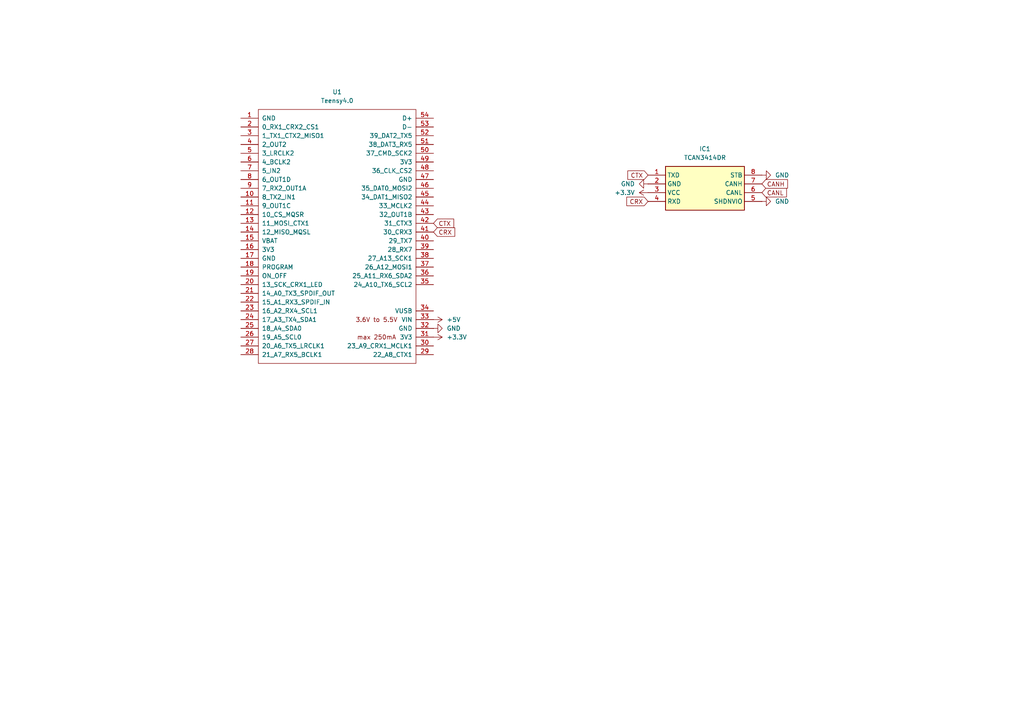
<source format=kicad_sch>
(kicad_sch (version 20231120) (generator "eeschema") (generator_version "8.0")
  (paper "A4")
  (lib_symbols
    (symbol "TCAN3414DR:TCAN3414DR"
      (property "Reference" "IC" (at 29.21 7.62 0))
      (property "Value" "TCAN3414DR" (at 29.21 5.08 0))
      (symbol "TCAN3414DR_1_1"
        (rectangle (start 5.08 2.54) (end 27.94 -10.16) (stroke (width 0.254)) (fill (type background)))
        (pin passive line (at 0 0 0) (length 5.08) (name "TXD") (number "1"))
        (pin passive line (at 0 -2.54 0) (length 5.08) (name "GND") (number "2"))
        (pin passive line (at 0 -5.08 0) (length 5.08) (name "VCC") (number "3"))
        (pin passive line (at 0 -7.62 0) (length 5.08) (name "RXD") (number "4"))
        (pin passive line (at 33.02 -7.62 180) (length 5.08) (name "SHDNVIO") (number "5"))
        (pin passive line (at 33.02 -5.08 180) (length 5.08) (name "CANL") (number "6"))
        (pin passive line (at 33.02 -2.54 180) (length 5.08) (name "CANH") (number "7"))
        (pin passive line (at 33.02 0 180) (length 5.08) (name "STB") (number "8"))
      )
    )
    (symbol "power:+3.3V" (power) (pin_numbers hide) (pin_names (offset 0) hide)
      (property "Value" "+3.3V" (at 0 3.556 0))
      (symbol "+3.3V_0_1"
        (polyline (pts (xy -0.762 1.27) (xy 0 2.54)))
        (polyline (pts (xy 0 0) (xy 0 2.54)))
        (polyline (pts (xy 0 2.54) (xy 0.762 1.27)))
      )
      (symbol "+3.3V_1_1"
        (pin power_in line (at 0 0 90) (length 0) (name "~") (number "1"))
      )
    )
    (symbol "power:+5V" (power) (pin_numbers hide) (pin_names (offset 0) hide)
      (property "Value" "+5V" (at 0 3.556 0))
      (symbol "+5V_0_1"
        (polyline (pts (xy -0.762 1.27) (xy 0 2.54)))
        (polyline (pts (xy 0 0) (xy 0 2.54)))
        (polyline (pts (xy 0 2.54) (xy 0.762 1.27)))
      )
      (symbol "+5V_1_1"
        (pin power_in line (at 0 0 90) (length 0) (name "~") (number "1"))
      )
    )
    (symbol "power:GND" (power) (pin_numbers hide) (pin_names (offset 0) hide)
      (property "Value" "GND" (at 0 -3.81 0))
      (symbol "GND_0_1"
        (polyline (pts (xy 0 0) (xy 0 -1.27) (xy 1.27 -1.27) (xy 0 -2.54) (xy -1.27 -1.27) (xy 0 -1.27)))
      )
      (symbol "GND_1_1"
        (pin power_in line (at 0 0 270) (length 0) (name "~") (number "1"))
      )
    )
    (symbol "teensy:Teensy4.0" (pin_names (offset 1.016))
      (property "Reference" "U" (at 0 39.37 0))
      (property "Value" "Teensy4.0" (at 0 -39.37 0))
      (symbol "Teensy4.0_0_0"
        (text "3.6V to 5.5V" (at 11.43 -24.13 0) (effects (font (size 1.27 1.27))))
        (text "max 250mA" (at 11.43 -29.21 0) (effects (font (size 1.27 1.27))))
        (pin bidirectional line (at -27.94 11.43 0) (length 5.08) (name "8_TX2_IN1") (number "10"))
        (pin bidirectional line (at -27.94 8.89 0) (length 5.08) (name "9_OUT1C") (number "11"))
        (pin bidirectional line (at -27.94 6.35 0) (length 5.08) (name "10_CS_MQSR") (number "12"))
        (pin bidirectional line (at -27.94 3.81 0) (length 5.08) (name "11_MOSI_CTX1") (number "13"))
        (pin bidirectional line (at -27.94 1.27 0) (length 5.08) (name "12_MISO_MQSL") (number "14"))
        (pin power_in line (at -27.94 -1.27 0) (length 5.08) (name "VBAT") (number "15"))
        (pin power_in line (at -27.94 -3.81 0) (length 5.08) (name "3V3") (number "16"))
        (pin power_in line (at -27.94 -6.35 0) (length 5.08) (name "GND") (number "17"))
        (pin input line (at -27.94 -8.89 0) (length 5.08) (name "PROGRAM") (number "18"))
        (pin input line (at -27.94 -11.43 0) (length 5.08) (name "ON_OFF") (number "19"))
        (pin bidirectional line (at -27.94 -13.97 0) (length 5.08) (name "13_SCK_CRX1_LED") (number "20"))
        (pin bidirectional line (at -27.94 -16.51 0) (length 5.08) (name "14_A0_TX3_SPDIF_OUT") (number "21"))
        (pin bidirectional line (at -27.94 -19.05 0) (length 5.08) (name "15_A1_RX3_SPDIF_IN") (number "22"))
        (pin bidirectional line (at -27.94 -21.59 0) (length 5.08) (name "16_A2_RX4_SCL1") (number "23"))
        (pin bidirectional line (at -27.94 -24.13 0) (length 5.08) (name "17_A3_TX4_SDA1") (number "24"))
        (pin bidirectional line (at -27.94 -26.67 0) (length 5.08) (name "18_A4_SDA0") (number "25"))
        (pin bidirectional line (at -27.94 -29.21 0) (length 5.08) (name "19_A5_SCL0") (number "26"))
        (pin bidirectional line (at -27.94 -31.75 0) (length 5.08) (name "20_A6_TX5_LRCLK1") (number "27"))
        (pin bidirectional line (at -27.94 -34.29 0) (length 5.08) (name "21_A7_RX5_BCLK1") (number "28"))
        (pin bidirectional line (at 27.94 -34.29 180) (length 5.08) (name "22_A8_CTX1") (number "29"))
        (pin bidirectional line (at 27.94 -31.75 180) (length 5.08) (name "23_A9_CRX1_MCLK1") (number "30"))
        (pin power_out line (at 27.94 -29.21 180) (length 5.08) (name "3V3") (number "31"))
        (pin power_in line (at 27.94 -26.67 180) (length 5.08) (name "GND") (number "32"))
        (pin power_in line (at 27.94 -24.13 180) (length 5.08) (name "VIN") (number "33"))
        (pin power_out line (at 27.94 -21.59 180) (length 5.08) (name "VUSB") (number "34"))
        (pin bidirectional line (at 27.94 -13.97 180) (length 5.08) (name "24_A10_TX6_SCL2") (number "35"))
        (pin bidirectional line (at 27.94 -11.43 180) (length 5.08) (name "25_A11_RX6_SDA2") (number "36"))
        (pin bidirectional line (at 27.94 -8.89 180) (length 5.08) (name "26_A12_MOSI1") (number "37"))
        (pin bidirectional line (at 27.94 -6.35 180) (length 5.08) (name "27_A13_SCK1") (number "38"))
        (pin bidirectional line (at 27.94 -3.81 180) (length 5.08) (name "28_RX7") (number "39"))
        (pin bidirectional line (at 27.94 -1.27 180) (length 5.08) (name "29_TX7") (number "40"))
        (pin bidirectional line (at 27.94 1.27 180) (length 5.08) (name "30_CRX3") (number "41"))
        (pin bidirectional line (at 27.94 3.81 180) (length 5.08) (name "31_CTX3") (number "42"))
        (pin bidirectional line (at 27.94 6.35 180) (length 5.08) (name "32_OUT1B") (number "43"))
        (pin bidirectional line (at 27.94 8.89 180) (length 5.08) (name "33_MCLK2") (number "44"))
        (pin bidirectional line (at 27.94 11.43 180) (length 5.08) (name "34_DAT1_MISO2") (number "45"))
        (pin bidirectional line (at 27.94 13.97 180) (length 5.08) (name "35_DAT0_MOSI2") (number "46"))
        (pin power_out line (at 27.94 16.51 180) (length 5.08) (name "GND") (number "47"))
        (pin bidirectional line (at 27.94 19.05 180) (length 5.08) (name "36_CLK_CS2") (number "48"))
        (pin power_out line (at 27.94 21.59 180) (length 5.08) (name "3V3") (number "49"))
        (pin bidirectional line (at -27.94 24.13 0) (length 5.08) (name "3_LRCLK2") (number "5"))
        (pin bidirectional line (at 27.94 24.13 180) (length 5.08) (name "37_CMD_SCK2") (number "50"))
        (pin bidirectional line (at 27.94 26.67 180) (length 5.08) (name "38_DAT3_RX5") (number "51"))
        (pin bidirectional line (at 27.94 29.21 180) (length 5.08) (name "39_DAT2_TX5") (number "52"))
        (pin bidirectional line (at 27.94 31.75 180) (length 5.08) (name "D-") (number "53"))
        (pin bidirectional line (at 27.94 34.29 180) (length 5.08) (name "D+") (number "54"))
        (pin bidirectional line (at -27.94 21.59 0) (length 5.08) (name "4_BCLK2") (number "6"))
        (pin bidirectional line (at -27.94 19.05 0) (length 5.08) (name "5_IN2") (number "7"))
        (pin bidirectional line (at -27.94 16.51 0) (length 5.08) (name "6_OUT1D") (number "8"))
        (pin bidirectional line (at -27.94 13.97 0) (length 5.08) (name "7_RX2_OUT1A") (number "9"))
      )
      (symbol "Teensy4.0_0_1"
        (rectangle (start -22.86 36.83) (end 22.86 -36.83))
        (rectangle (start -20.32 -31.75) (end -20.32 -31.75))
      )
      (symbol "Teensy4.0_1_1"
        (pin power_in line (at -27.94 34.29 0) (length 5.08) (name "GND") (number "1"))
        (pin bidirectional line (at -27.94 31.75 0) (length 5.08) (name "0_RX1_CRX2_CS1") (number "2"))
        (pin bidirectional line (at -27.94 29.21 0) (length 5.08) (name "1_TX1_CTX2_MISO1") (number "3"))
        (pin bidirectional line (at -27.94 26.67 0) (length 5.08) (name "2_OUT2") (number "4"))
      )
    )
  )
  (global_label "CTX" (shape input) (at 125.73 64.77 0) (property "Intersheetrefs" "${INTERSHEET_REFS}" (effects (hide yes))))
  (global_label "CRX" (shape input) (at 187.96 58.42 180) (property "Intersheetrefs" "${INTERSHEET_REFS}" (effects (hide yes))))
  (global_label "CTX" (shape input) (at 187.96 50.8 180) (property "Intersheetrefs" "${INTERSHEET_REFS}" (effects (hide yes))))
  (global_label "CANL" (shape input) (at 220.98 55.88 0) (property "Intersheetrefs" "${INTERSHEET_REFS}" (effects (hide yes))))
  (global_label "CANH" (shape input) (at 220.98 53.34 0) (property "Intersheetrefs" "${INTERSHEET_REFS}" (effects (hide yes))))
  (global_label "CRX" (shape input) (at 125.73 67.31 0) (property "Intersheetrefs" "${INTERSHEET_REFS}" (effects (hide yes))))
  (symbol (lib_id "power:GND") (at 220.98 50.8 90) (unit 1)
    (property "Reference" "#PWR07" (effects (hide yes)))
    (property "Value" "GND" (at 224.79 50.7999 90) (effects (justify right)))
    (property "Description" "Power symbol creates a global label with name \"GND\" , ground" (effects (hide yes)))
  )
  (symbol (lib_id "TCAN3414DR:TCAN3414DR") (at 187.96 50.8 0) (unit 1)
    (property "Reference" "IC1" (at 204.47 43.18 0))
    (property "Value" "TCAN3414DR" (at 204.47 45.72 0))
    (property "Footprint" "SOIC127P600X175-8N" (effects (hide yes)))
    (property "Datasheet" "https://www.ti.com/lit/ds/symlink/tcan3414.pdf?ts=1713723144569&ref_url=https%253A%252F%252Fwww.mouser.ch%252F" (effects (hide yes)))
    (property "Description" "3.3-V CAN FD transceiver with shut-down and standby mode" (effects (hide yes)))
    (property "Height" "1.75" (effects (hide yes)))
    (property "Mouser Part Number" "595-TCAN3414DR" (effects (hide yes)))
    (property "Mouser Price/Stock" "https://www.mouser.co.uk/ProductDetail/Texas-Instruments/TCAN3414DR?qs=mELouGlnn3egF2AojRJddw%3D%3D" (effects (hide yes)))
    (property "Manufacturer_Name" "Texas Instruments" (effects (hide yes)))
    (property "Manufacturer_Part_Number" "TCAN3414DR" (effects (hide yes)))
  )
  (symbol (lib_id "power:+5V") (at 125.73 92.71 270) (unit 1)
    (property "Reference" "#PWR013" (effects (hide yes)))
    (property "Value" "+5V" (at 129.54 92.7099 90) (effects (justify left)))
    (property "Description" "Power symbol creates a global label with name \"+5V\"" (effects (hide yes)))
  )
  (symbol (lib_id "power:GND") (at 125.73 95.25 90) (unit 1)
    (property "Reference" "#PWR012" (effects (hide yes)))
    (property "Value" "GND" (at 129.54 95.2499 90) (effects (justify right)))
    (property "Description" "Power symbol creates a global label with name \"GND\" , ground" (effects (hide yes)))
  )
  (symbol (lib_id "power:GND") (at 220.98 58.42 90) (unit 1)
    (property "Reference" "#PWR08" (effects (hide yes)))
    (property "Value" "GND" (at 224.79 58.4199 90) (effects (justify right)))
    (property "Description" "Power symbol creates a global label with name \"GND\" , ground" (effects (hide yes)))
  )
  (symbol (lib_id "power:+3.3V") (at 187.96 55.88 90) (unit 1)
    (property "Reference" "#PWR010" (effects (hide yes)))
    (property "Value" "+3.3V" (at 184.15 55.8799 90) (effects (justify left)))
    (property "Description" "Power symbol creates a global label with name \"+3.3V\"" (effects (hide yes)))
  )
  (symbol (lib_id "power:GND") (at 187.96 53.34 270) (unit 1)
    (property "Reference" "#PWR09" (effects (hide yes)))
    (property "Value" "GND" (at 184.15 53.3399 90) (effects (justify right)))
    (property "Description" "Power symbol creates a global label with name \"GND\" , ground" (effects (hide yes)))
  )
  (symbol (lib_id "teensy:Teensy4.0") (at 97.79 68.58 0) (unit 1)
    (property "Reference" "U1" (at 97.79 26.67 0))
    (property "Value" "Teensy4.0" (at 97.79 29.21 0))
  )
  (symbol (lib_id "power:+3.3V") (at 125.73 97.79 270) (unit 1)
    (property "Reference" "#PWR011" (effects (hide yes)))
    (property "Value" "+3.3V" (at 129.54 97.7899 90) (effects (justify left)))
    (property "Description" "Power symbol creates a global label with name \"+3.3V\"" (effects (hide yes)))
  )
)
</source>
